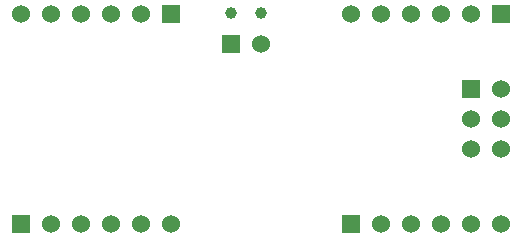
<source format=gbs>
G04 (created by PCBNEW (2013-05-31 BZR 4019)-stable) date 16/09/2013 19:50:50*
%MOIN*%
G04 Gerber Fmt 3.4, Leading zero omitted, Abs format*
%FSLAX34Y34*%
G01*
G70*
G90*
G04 APERTURE LIST*
%ADD10C,0.00590551*%
%ADD11R,0.06X0.06*%
%ADD12C,0.06*%
%ADD13C,0.0393701*%
G04 APERTURE END LIST*
G54D10*
G54D11*
X61600Y-36100D03*
G54D12*
X60600Y-36100D03*
X59600Y-36100D03*
X58600Y-36100D03*
X57600Y-36100D03*
X56600Y-36100D03*
G54D11*
X50600Y-36100D03*
G54D12*
X49600Y-36100D03*
X48600Y-36100D03*
X47600Y-36100D03*
X46600Y-36100D03*
X45600Y-36100D03*
G54D11*
X45600Y-43100D03*
G54D12*
X46600Y-43100D03*
X47600Y-43100D03*
X48600Y-43100D03*
X49600Y-43100D03*
X50600Y-43100D03*
G54D11*
X56600Y-43100D03*
G54D12*
X57600Y-43100D03*
X58600Y-43100D03*
X59600Y-43100D03*
X60600Y-43100D03*
X61600Y-43100D03*
G54D11*
X60600Y-38600D03*
G54D12*
X61600Y-38600D03*
X60600Y-39600D03*
X61600Y-39600D03*
X60600Y-40600D03*
X61600Y-40600D03*
G54D11*
X52600Y-37100D03*
G54D12*
X53600Y-37100D03*
G54D13*
X52600Y-36050D03*
X53600Y-36050D03*
M02*

</source>
